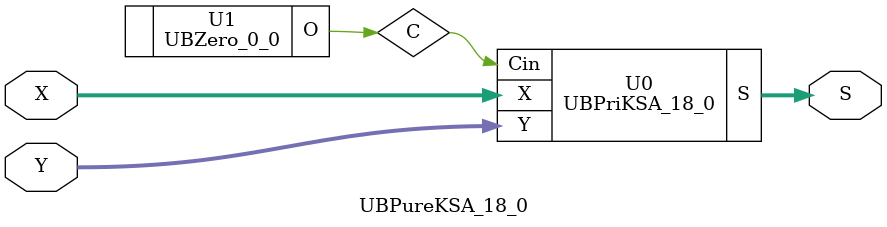
<source format=v>
/*----------------------------------------------------------------------------
  Copyright (c) 2021 Homma laboratory. All rights reserved.

  Top module: UBKSA_18_0_18_0

  Operand-1 length: 19
  Operand-2 length: 19
  Two-operand addition algorithm: Kogge-Stone adder
----------------------------------------------------------------------------*/

module GPGenerator(Go, Po, A, B);
  output Go;
  output Po;
  input A;
  input B;
  assign Go = A & B;
  assign Po = A ^ B;
endmodule

module CarryOperator(Go, Po, Gi1, Pi1, Gi2, Pi2);
  output Go;
  output Po;
  input Gi1;
  input Gi2;
  input Pi1;
  input Pi2;
  assign Go = Gi1 | ( Gi2 & Pi1 );
  assign Po = Pi1 & Pi2;
endmodule

module UBPriKSA_18_0(S, X, Y, Cin);
  output [19:0] S;
  input Cin;
  input [18:0] X;
  input [18:0] Y;
  wire [18:0] G0;
  wire [18:0] G1;
  wire [18:0] G2;
  wire [18:0] G3;
  wire [18:0] G4;
  wire [18:0] G5;
  wire [18:0] P0;
  wire [18:0] P1;
  wire [18:0] P2;
  wire [18:0] P3;
  wire [18:0] P4;
  wire [18:0] P5;
  assign P1[0] = P0[0];
  assign G1[0] = G0[0];
  assign P2[0] = P1[0];
  assign G2[0] = G1[0];
  assign P2[1] = P1[1];
  assign G2[1] = G1[1];
  assign P3[0] = P2[0];
  assign G3[0] = G2[0];
  assign P3[1] = P2[1];
  assign G3[1] = G2[1];
  assign P3[2] = P2[2];
  assign G3[2] = G2[2];
  assign P3[3] = P2[3];
  assign G3[3] = G2[3];
  assign P4[0] = P3[0];
  assign G4[0] = G3[0];
  assign P4[1] = P3[1];
  assign G4[1] = G3[1];
  assign P4[2] = P3[2];
  assign G4[2] = G3[2];
  assign P4[3] = P3[3];
  assign G4[3] = G3[3];
  assign P4[4] = P3[4];
  assign G4[4] = G3[4];
  assign P4[5] = P3[5];
  assign G4[5] = G3[5];
  assign P4[6] = P3[6];
  assign G4[6] = G3[6];
  assign P4[7] = P3[7];
  assign G4[7] = G3[7];
  assign P5[0] = P4[0];
  assign G5[0] = G4[0];
  assign P5[1] = P4[1];
  assign G5[1] = G4[1];
  assign P5[2] = P4[2];
  assign G5[2] = G4[2];
  assign P5[3] = P4[3];
  assign G5[3] = G4[3];
  assign P5[4] = P4[4];
  assign G5[4] = G4[4];
  assign P5[5] = P4[5];
  assign G5[5] = G4[5];
  assign P5[6] = P4[6];
  assign G5[6] = G4[6];
  assign P5[7] = P4[7];
  assign G5[7] = G4[7];
  assign P5[8] = P4[8];
  assign G5[8] = G4[8];
  assign P5[9] = P4[9];
  assign G5[9] = G4[9];
  assign P5[10] = P4[10];
  assign G5[10] = G4[10];
  assign P5[11] = P4[11];
  assign G5[11] = G4[11];
  assign P5[12] = P4[12];
  assign G5[12] = G4[12];
  assign P5[13] = P4[13];
  assign G5[13] = G4[13];
  assign P5[14] = P4[14];
  assign G5[14] = G4[14];
  assign P5[15] = P4[15];
  assign G5[15] = G4[15];
  assign S[0] = Cin ^ P0[0];
  assign S[1] = ( G5[0] | ( P5[0] & Cin ) ) ^ P0[1];
  assign S[2] = ( G5[1] | ( P5[1] & Cin ) ) ^ P0[2];
  assign S[3] = ( G5[2] | ( P5[2] & Cin ) ) ^ P0[3];
  assign S[4] = ( G5[3] | ( P5[3] & Cin ) ) ^ P0[4];
  assign S[5] = ( G5[4] | ( P5[4] & Cin ) ) ^ P0[5];
  assign S[6] = ( G5[5] | ( P5[5] & Cin ) ) ^ P0[6];
  assign S[7] = ( G5[6] | ( P5[6] & Cin ) ) ^ P0[7];
  assign S[8] = ( G5[7] | ( P5[7] & Cin ) ) ^ P0[8];
  assign S[9] = ( G5[8] | ( P5[8] & Cin ) ) ^ P0[9];
  assign S[10] = ( G5[9] | ( P5[9] & Cin ) ) ^ P0[10];
  assign S[11] = ( G5[10] | ( P5[10] & Cin ) ) ^ P0[11];
  assign S[12] = ( G5[11] | ( P5[11] & Cin ) ) ^ P0[12];
  assign S[13] = ( G5[12] | ( P5[12] & Cin ) ) ^ P0[13];
  assign S[14] = ( G5[13] | ( P5[13] & Cin ) ) ^ P0[14];
  assign S[15] = ( G5[14] | ( P5[14] & Cin ) ) ^ P0[15];
  assign S[16] = ( G5[15] | ( P5[15] & Cin ) ) ^ P0[16];
  assign S[17] = ( G5[16] | ( P5[16] & Cin ) ) ^ P0[17];
  assign S[18] = ( G5[17] | ( P5[17] & Cin ) ) ^ P0[18];
  assign S[19] = G5[18] | ( P5[18] & Cin );
  GPGenerator U0 (G0[0], P0[0], X[0], Y[0]);
  GPGenerator U1 (G0[1], P0[1], X[1], Y[1]);
  GPGenerator U2 (G0[2], P0[2], X[2], Y[2]);
  GPGenerator U3 (G0[3], P0[3], X[3], Y[3]);
  GPGenerator U4 (G0[4], P0[4], X[4], Y[4]);
  GPGenerator U5 (G0[5], P0[5], X[5], Y[5]);
  GPGenerator U6 (G0[6], P0[6], X[6], Y[6]);
  GPGenerator U7 (G0[7], P0[7], X[7], Y[7]);
  GPGenerator U8 (G0[8], P0[8], X[8], Y[8]);
  GPGenerator U9 (G0[9], P0[9], X[9], Y[9]);
  GPGenerator U10 (G0[10], P0[10], X[10], Y[10]);
  GPGenerator U11 (G0[11], P0[11], X[11], Y[11]);
  GPGenerator U12 (G0[12], P0[12], X[12], Y[12]);
  GPGenerator U13 (G0[13], P0[13], X[13], Y[13]);
  GPGenerator U14 (G0[14], P0[14], X[14], Y[14]);
  GPGenerator U15 (G0[15], P0[15], X[15], Y[15]);
  GPGenerator U16 (G0[16], P0[16], X[16], Y[16]);
  GPGenerator U17 (G0[17], P0[17], X[17], Y[17]);
  GPGenerator U18 (G0[18], P0[18], X[18], Y[18]);
  CarryOperator U19 (G1[1], P1[1], G0[1], P0[1], G0[0], P0[0]);
  CarryOperator U20 (G1[2], P1[2], G0[2], P0[2], G0[1], P0[1]);
  CarryOperator U21 (G1[3], P1[3], G0[3], P0[3], G0[2], P0[2]);
  CarryOperator U22 (G1[4], P1[4], G0[4], P0[4], G0[3], P0[3]);
  CarryOperator U23 (G1[5], P1[5], G0[5], P0[5], G0[4], P0[4]);
  CarryOperator U24 (G1[6], P1[6], G0[6], P0[6], G0[5], P0[5]);
  CarryOperator U25 (G1[7], P1[7], G0[7], P0[7], G0[6], P0[6]);
  CarryOperator U26 (G1[8], P1[8], G0[8], P0[8], G0[7], P0[7]);
  CarryOperator U27 (G1[9], P1[9], G0[9], P0[9], G0[8], P0[8]);
  CarryOperator U28 (G1[10], P1[10], G0[10], P0[10], G0[9], P0[9]);
  CarryOperator U29 (G1[11], P1[11], G0[11], P0[11], G0[10], P0[10]);
  CarryOperator U30 (G1[12], P1[12], G0[12], P0[12], G0[11], P0[11]);
  CarryOperator U31 (G1[13], P1[13], G0[13], P0[13], G0[12], P0[12]);
  CarryOperator U32 (G1[14], P1[14], G0[14], P0[14], G0[13], P0[13]);
  CarryOperator U33 (G1[15], P1[15], G0[15], P0[15], G0[14], P0[14]);
  CarryOperator U34 (G1[16], P1[16], G0[16], P0[16], G0[15], P0[15]);
  CarryOperator U35 (G1[17], P1[17], G0[17], P0[17], G0[16], P0[16]);
  CarryOperator U36 (G1[18], P1[18], G0[18], P0[18], G0[17], P0[17]);
  CarryOperator U37 (G2[2], P2[2], G1[2], P1[2], G1[0], P1[0]);
  CarryOperator U38 (G2[3], P2[3], G1[3], P1[3], G1[1], P1[1]);
  CarryOperator U39 (G2[4], P2[4], G1[4], P1[4], G1[2], P1[2]);
  CarryOperator U40 (G2[5], P2[5], G1[5], P1[5], G1[3], P1[3]);
  CarryOperator U41 (G2[6], P2[6], G1[6], P1[6], G1[4], P1[4]);
  CarryOperator U42 (G2[7], P2[7], G1[7], P1[7], G1[5], P1[5]);
  CarryOperator U43 (G2[8], P2[8], G1[8], P1[8], G1[6], P1[6]);
  CarryOperator U44 (G2[9], P2[9], G1[9], P1[9], G1[7], P1[7]);
  CarryOperator U45 (G2[10], P2[10], G1[10], P1[10], G1[8], P1[8]);
  CarryOperator U46 (G2[11], P2[11], G1[11], P1[11], G1[9], P1[9]);
  CarryOperator U47 (G2[12], P2[12], G1[12], P1[12], G1[10], P1[10]);
  CarryOperator U48 (G2[13], P2[13], G1[13], P1[13], G1[11], P1[11]);
  CarryOperator U49 (G2[14], P2[14], G1[14], P1[14], G1[12], P1[12]);
  CarryOperator U50 (G2[15], P2[15], G1[15], P1[15], G1[13], P1[13]);
  CarryOperator U51 (G2[16], P2[16], G1[16], P1[16], G1[14], P1[14]);
  CarryOperator U52 (G2[17], P2[17], G1[17], P1[17], G1[15], P1[15]);
  CarryOperator U53 (G2[18], P2[18], G1[18], P1[18], G1[16], P1[16]);
  CarryOperator U54 (G3[4], P3[4], G2[4], P2[4], G2[0], P2[0]);
  CarryOperator U55 (G3[5], P3[5], G2[5], P2[5], G2[1], P2[1]);
  CarryOperator U56 (G3[6], P3[6], G2[6], P2[6], G2[2], P2[2]);
  CarryOperator U57 (G3[7], P3[7], G2[7], P2[7], G2[3], P2[3]);
  CarryOperator U58 (G3[8], P3[8], G2[8], P2[8], G2[4], P2[4]);
  CarryOperator U59 (G3[9], P3[9], G2[9], P2[9], G2[5], P2[5]);
  CarryOperator U60 (G3[10], P3[10], G2[10], P2[10], G2[6], P2[6]);
  CarryOperator U61 (G3[11], P3[11], G2[11], P2[11], G2[7], P2[7]);
  CarryOperator U62 (G3[12], P3[12], G2[12], P2[12], G2[8], P2[8]);
  CarryOperator U63 (G3[13], P3[13], G2[13], P2[13], G2[9], P2[9]);
  CarryOperator U64 (G3[14], P3[14], G2[14], P2[14], G2[10], P2[10]);
  CarryOperator U65 (G3[15], P3[15], G2[15], P2[15], G2[11], P2[11]);
  CarryOperator U66 (G3[16], P3[16], G2[16], P2[16], G2[12], P2[12]);
  CarryOperator U67 (G3[17], P3[17], G2[17], P2[17], G2[13], P2[13]);
  CarryOperator U68 (G3[18], P3[18], G2[18], P2[18], G2[14], P2[14]);
  CarryOperator U69 (G4[8], P4[8], G3[8], P3[8], G3[0], P3[0]);
  CarryOperator U70 (G4[9], P4[9], G3[9], P3[9], G3[1], P3[1]);
  CarryOperator U71 (G4[10], P4[10], G3[10], P3[10], G3[2], P3[2]);
  CarryOperator U72 (G4[11], P4[11], G3[11], P3[11], G3[3], P3[3]);
  CarryOperator U73 (G4[12], P4[12], G3[12], P3[12], G3[4], P3[4]);
  CarryOperator U74 (G4[13], P4[13], G3[13], P3[13], G3[5], P3[5]);
  CarryOperator U75 (G4[14], P4[14], G3[14], P3[14], G3[6], P3[6]);
  CarryOperator U76 (G4[15], P4[15], G3[15], P3[15], G3[7], P3[7]);
  CarryOperator U77 (G4[16], P4[16], G3[16], P3[16], G3[8], P3[8]);
  CarryOperator U78 (G4[17], P4[17], G3[17], P3[17], G3[9], P3[9]);
  CarryOperator U79 (G4[18], P4[18], G3[18], P3[18], G3[10], P3[10]);
  CarryOperator U80 (G5[16], P5[16], G4[16], P4[16], G4[0], P4[0]);
  CarryOperator U81 (G5[17], P5[17], G4[17], P4[17], G4[1], P4[1]);
  CarryOperator U82 (G5[18], P5[18], G4[18], P4[18], G4[2], P4[2]);
endmodule

module UBZero_0_0(O);
  output [0:0] O;
  assign O[0] = 0;
endmodule

module UBKSA_18_0_18_0 (S, X, Y);
  output [19:0] S;
  input [18:0] X;
  input [18:0] Y;
  UBPureKSA_18_0 U0 (S[19:0], X[18:0], Y[18:0]);
endmodule

module UBPureKSA_18_0 (S, X, Y);
  output [19:0] S;
  input [18:0] X;
  input [18:0] Y;
  wire C;
  UBPriKSA_18_0 U0 (S, X, Y, C);
  UBZero_0_0 U1 (C);
endmodule


</source>
